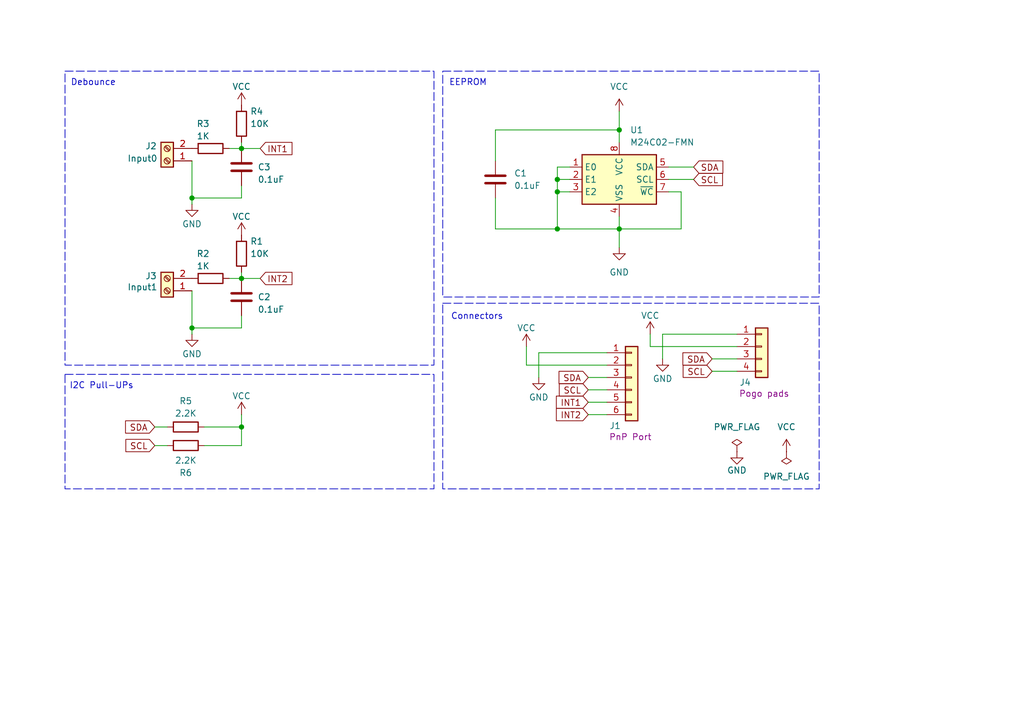
<source format=kicad_sch>
(kicad_sch (version 20231120) (generator "eeschema") (generator_version "8.0")
  (paper "A5")
  (title_block (title "PlugAndPlay 2 Inputs") (date "2025-10-18") (rev "1") (company "A.B. Yazamut"))
  (lib_symbols
    (symbol "Connector:Screw_Terminal_01x02" (pin_names (offset 1.016) hide)
      (property "Reference" "J" (at 0 2.54 0))
      (property "Value" "Screw_Terminal_01x02" (at 0 -5.08 0))
      (symbol "Screw_Terminal_01x02_1_1"
        (rectangle (start -1.27 1.27) (end 1.27 -3.81) (stroke (width 0.254)) (fill (type background)))
        (circle (center 0 -2.54) (radius 0.635) (stroke (width 0.1524)))
        (polyline (pts (xy -0.5334 -2.2098) (xy 0.3302 -3.048)) (stroke (width 0.1524)))
        (polyline (pts (xy -0.5334 0.3302) (xy 0.3302 -0.508)) (stroke (width 0.1524)))
        (polyline (pts (xy -0.3556 -2.032) (xy 0.508 -2.8702)) (stroke (width 0.1524)))
        (polyline (pts (xy -0.3556 0.508) (xy 0.508 -0.3302)) (stroke (width 0.1524)))
        (circle (center 0 0) (radius 0.635) (stroke (width 0.1524)))
        (pin passive line (at -5.08 0 0) (length 3.81) (name "Pin_1") (number "1"))
        (pin passive line (at -5.08 -2.54 0) (length 3.81) (name "Pin_2") (number "2"))
      )
    )
    (symbol "Connector_Generic:Conn_01x04" (pin_names (offset 1.016) hide)
      (property "Reference" "J" (at 0 5.08 0))
      (property "Value" "Conn_01x04" (at 0 -7.62 0))
      (symbol "Conn_01x04_1_1"
        (rectangle (start -1.27 -4.953) (end 0 -5.207) (stroke (width 0.1524)))
        (rectangle (start -1.27 -2.413) (end 0 -2.667) (stroke (width 0.1524)))
        (rectangle (start -1.27 0.127) (end 0 -0.127) (stroke (width 0.1524)))
        (rectangle (start -1.27 2.667) (end 0 2.413) (stroke (width 0.1524)))
        (rectangle (start -1.27 3.81) (end 1.27 -6.35) (stroke (width 0.254)) (fill (type background)))
        (pin passive line (at -5.08 2.54 0) (length 3.81) (name "Pin_1") (number "1"))
        (pin passive line (at -5.08 0 0) (length 3.81) (name "Pin_2") (number "2"))
        (pin passive line (at -5.08 -2.54 0) (length 3.81) (name "Pin_3") (number "3"))
        (pin passive line (at -5.08 -5.08 0) (length 3.81) (name "Pin_4") (number "4"))
      )
    )
    (symbol "Connector_Generic:Conn_01x06" (pin_names (offset 1.016) hide)
      (property "Reference" "J" (at 0 7.62 0))
      (property "Value" "Conn_01x06" (at 0 -10.16 0))
      (symbol "Conn_01x06_1_1"
        (rectangle (start -1.27 -7.493) (end 0 -7.747) (stroke (width 0.1524)))
        (rectangle (start -1.27 -4.953) (end 0 -5.207) (stroke (width 0.1524)))
        (rectangle (start -1.27 -2.413) (end 0 -2.667) (stroke (width 0.1524)))
        (rectangle (start -1.27 0.127) (end 0 -0.127) (stroke (width 0.1524)))
        (rectangle (start -1.27 2.667) (end 0 2.413) (stroke (width 0.1524)))
        (rectangle (start -1.27 5.207) (end 0 4.953) (stroke (width 0.1524)))
        (rectangle (start -1.27 6.35) (end 1.27 -8.89) (stroke (width 0.254)) (fill (type background)))
        (pin passive line (at -5.08 5.08 0) (length 3.81) (name "Pin_1") (number "1"))
        (pin passive line (at -5.08 2.54 0) (length 3.81) (name "Pin_2") (number "2"))
        (pin passive line (at -5.08 0 0) (length 3.81) (name "Pin_3") (number "3"))
        (pin passive line (at -5.08 -2.54 0) (length 3.81) (name "Pin_4") (number "4"))
        (pin passive line (at -5.08 -5.08 0) (length 3.81) (name "Pin_5") (number "5"))
        (pin passive line (at -5.08 -7.62 0) (length 3.81) (name "Pin_6") (number "6"))
      )
    )
    (symbol "Device:C" (pin_numbers hide) (pin_names (offset 0.254))
      (property "Reference" "C" (at 0.635 2.54 0))
      (property "Value" "C" (at 0.635 -2.54 0))
      (symbol "C_0_1"
        (polyline (pts (xy -2.032 -0.762) (xy 2.032 -0.762)) (stroke (width 0.508)))
        (polyline (pts (xy -2.032 0.762) (xy 2.032 0.762)) (stroke (width 0.508)))
      )
      (symbol "C_1_1"
        (pin passive line (at 0 3.81 270) (length 2.794) (name "~") (number "1"))
        (pin passive line (at 0 -3.81 90) (length 2.794) (name "~") (number "2"))
      )
    )
    (symbol "Device:R" (pin_numbers hide) (pin_names (offset 0))
      (property "Reference" "R" (at 2.032 0 90))
      (property "Value" "R" (at 0 0 90))
      (symbol "R_0_1"
        (rectangle (start -1.016 -2.54) (end 1.016 2.54) (stroke (width 0.254)))
      )
      (symbol "R_1_1"
        (pin passive line (at 0 3.81 270) (length 1.27) (name "~") (number "1"))
        (pin passive line (at 0 -3.81 90) (length 1.27) (name "~") (number "2"))
      )
    )
    (symbol "Memory_EEPROM:M24C02-FMN"
      (property "Reference" "U" (at -6.35 6.35 0))
      (property "Value" "M24C02-FMN" (at 7.62 6.35 0))
      (symbol "M24C02-FMN_0_1"
        (rectangle (start -7.62 5.08) (end 7.62 -5.08) (stroke (width 0.254)) (fill (type background)))
      )
      (symbol "M24C02-FMN_1_1"
        (pin input line (at -10.16 2.54 0) (length 2.54) (name "E0") (number "1"))
        (pin input line (at -10.16 0 0) (length 2.54) (name "E1") (number "2"))
        (pin input line (at -10.16 -2.54 0) (length 2.54) (name "E2") (number "3"))
        (pin power_in line (at 0 -7.62 90) (length 2.54) (name "VSS") (number "4"))
        (pin bidirectional line (at 10.16 2.54 180) (length 2.54) (name "SDA") (number "5"))
        (pin input line (at 10.16 0 180) (length 2.54) (name "SCL") (number "6"))
        (pin input line (at 10.16 -2.54 180) (length 2.54) (name "~{WC}") (number "7"))
        (pin power_in line (at 0 7.62 270) (length 2.54) (name "VCC") (number "8"))
      )
    )
    (symbol "power:GND" (power) (pin_numbers hide) (pin_names (offset 0) hide)
      (property "Value" "GND" (at 0 -3.81 0))
      (symbol "GND_0_1"
        (polyline (pts (xy 0 0) (xy 0 -1.27) (xy 1.27 -1.27) (xy 0 -2.54) (xy -1.27 -1.27) (xy 0 -1.27)))
      )
      (symbol "GND_1_1"
        (pin power_in line (at 0 0 270) (length 0) (name "~") (number "1"))
      )
    )
    (symbol "power:PWR_FLAG" (power) (pin_numbers hide) (pin_names (offset 0) hide)
      (property "Value" "PWR_FLAG" (at 0 3.81 0))
      (symbol "PWR_FLAG_0_0"
        (pin power_out line (at 0 0 90) (length 0) (name "~") (number "1"))
      )
      (symbol "PWR_FLAG_0_1"
        (polyline (pts (xy 0 0) (xy 0 1.27) (xy -1.016 1.905) (xy 0 2.54) (xy 1.016 1.905) (xy 0 1.27)))
      )
    )
    (symbol "power:VCC" (power) (pin_numbers hide) (pin_names (offset 0) hide)
      (property "Value" "VCC" (at 0 3.556 0))
      (symbol "VCC_0_1"
        (polyline (pts (xy -0.762 1.27) (xy 0 2.54)))
        (polyline (pts (xy 0 0) (xy 0 2.54)))
        (polyline (pts (xy 0 2.54) (xy 0.762 1.27)))
      )
      (symbol "VCC_1_1"
        (pin power_in line (at 0 0 90) (length 0) (name "~") (number "1"))
      )
    )
  )
  (junction (at 114.3 46.99))
  (junction (at 114.3 36.83))
  (junction (at 39.37 67.31))
  (junction (at 49.53 30.48))
  (junction (at 49.53 57.15))
  (junction (at 114.3 39.37))
  (junction (at 127 46.99))
  (junction (at 39.37 40.64))
  (junction (at 49.53 87.63))
  (junction (at 127 26.67))
  (wire (pts (xy 101.6 40.64) (xy 101.6 46.99)))
  (wire (pts (xy 49.53 57.15) (xy 49.53 55.88)))
  (wire (pts (xy 114.3 34.29) (xy 116.84 34.29)))
  (wire (pts (xy 101.6 46.99) (xy 114.3 46.99)))
  (wire (pts (xy 110.49 72.39) (xy 124.46 72.39)))
  (wire (pts (xy 49.53 64.77) (xy 49.53 67.31)))
  (wire (pts (xy 41.91 91.44) (xy 49.53 91.44)))
  (wire (pts (xy 49.53 87.63) (xy 49.53 85.09)))
  (wire (pts (xy 137.16 34.29) (xy 142.24 34.29)))
  (wire (pts (xy 114.3 36.83) (xy 114.3 39.37)))
  (wire (pts (xy 114.3 39.37) (xy 114.3 46.99)))
  (wire (pts (xy 127 46.99) (xy 139.7 46.99)))
  (wire (pts (xy 39.37 41.91) (xy 39.37 40.64)))
  (wire (pts (xy 114.3 46.99) (xy 127 46.99)))
  (wire (pts (xy 116.84 39.37) (xy 114.3 39.37)))
  (wire (pts (xy 49.53 38.1) (xy 49.53 40.64)))
  (wire (pts (xy 46.99 57.15) (xy 49.53 57.15)))
  (wire (pts (xy 31.75 87.63) (xy 34.29 87.63)))
  (wire (pts (xy 116.84 36.83) (xy 114.3 36.83)))
  (wire (pts (xy 101.6 26.67) (xy 127 26.67)))
  (wire (pts (xy 49.53 40.64) (xy 39.37 40.64)))
  (wire (pts (xy 137.16 39.37) (xy 139.7 39.37)))
  (wire (pts (xy 135.89 68.58) (xy 135.89 73.66)))
  (wire (pts (xy 120.65 82.55) (xy 124.46 82.55)))
  (wire (pts (xy 127 46.99) (xy 127 50.8)))
  (wire (pts (xy 146.05 73.66) (xy 151.13 73.66)))
  (wire (pts (xy 127 44.45) (xy 127 46.99)))
  (wire (pts (xy 133.35 68.58) (xy 133.35 71.12)))
  (wire (pts (xy 139.7 39.37) (xy 139.7 46.99)))
  (wire (pts (xy 39.37 68.58) (xy 39.37 67.31)))
  (wire (pts (xy 114.3 36.83) (xy 114.3 34.29)))
  (wire (pts (xy 41.91 87.63) (xy 49.53 87.63)))
  (wire (pts (xy 146.05 76.2) (xy 151.13 76.2)))
  (wire (pts (xy 39.37 33.02) (xy 39.37 40.64)))
  (wire (pts (xy 120.65 77.47) (xy 124.46 77.47)))
  (wire (pts (xy 101.6 33.02) (xy 101.6 26.67)))
  (wire (pts (xy 110.49 72.39) (xy 110.49 77.47)))
  (wire (pts (xy 107.95 74.93) (xy 124.46 74.93)))
  (wire (pts (xy 49.53 30.48) (xy 53.34 30.48)))
  (wire (pts (xy 46.99 30.48) (xy 49.53 30.48)))
  (wire (pts (xy 31.75 91.44) (xy 34.29 91.44)))
  (wire (pts (xy 127 22.86) (xy 127 26.67)))
  (wire (pts (xy 120.65 85.09) (xy 124.46 85.09)))
  (wire (pts (xy 151.13 68.58) (xy 135.89 68.58)))
  (wire (pts (xy 49.53 67.31) (xy 39.37 67.31)))
  (wire (pts (xy 120.65 80.01) (xy 124.46 80.01)))
  (wire (pts (xy 151.13 71.12) (xy 133.35 71.12)))
  (wire (pts (xy 49.53 30.48) (xy 49.53 29.21)))
  (wire (pts (xy 39.37 59.69) (xy 39.37 67.31)))
  (wire (pts (xy 49.53 57.15) (xy 53.34 57.15)))
  (wire (pts (xy 127 26.67) (xy 127 29.21)))
  (wire (pts (xy 107.95 74.93) (xy 107.95 71.12)))
  (wire (pts (xy 49.53 91.44) (xy 49.53 87.63)))
  (wire (pts (xy 137.16 36.83) (xy 142.24 36.83)))
  (rectangle (start 13.335 14.605) (end 89 74.93) (stroke (width 0) (type dash)))
  (rectangle (start 90.8 62.23) (end 168 100.33) (stroke (width 0) (type dash)))
  (rectangle (start 13.335 76.835) (end 89 100.33) (stroke (width 0) (type dash)))
  (rectangle (start 90.8 14.605) (end 168 60.96) (stroke (width 0) (type dash)))
  (text "EEPROM" (at 92.075 17.78 0) (effects (font (size 1.27 1.27)) (justify left bottom)))
  (text "Connectors" (at 92.456 65.786 0) (effects (font (size 1.27 1.27)) (justify left bottom)))
  (text "I2C Pull-UPs" (at 14.224 80.01 0) (effects (font (size 1.27 1.27)) (justify left bottom)))
  (text "Debounce" (at 14.478 17.78 0) (effects (font (size 1.27 1.27)) (justify left bottom)))
  (global_label "SDA" (shape input) (at 120.65 77.47 180) (property "Intersheetrefs" "${INTERSHEET_REFS}" (effects (hide yes))))
  (global_label "SCL" (shape input) (at 142.24 36.83 0) (property "Intersheetrefs" "${INTERSHEET_REFS}" (effects (hide yes))))
  (global_label "SDA" (shape input) (at 146.05 73.66 180) (property "Intersheetrefs" "${INTERSHEET_REFS}" (effects (hide yes))))
  (global_label "INT1" (shape input) (at 120.65 82.55 180) (property "Intersheetrefs" "${INTERSHEET_REFS}" (effects (hide yes))))
  (global_label "INT1" (shape input) (at 53.34 30.48 0) (property "Intersheetrefs" "${INTERSHEET_REFS}" (effects (hide yes))))
  (global_label "SCL" (shape input) (at 146.05 76.2 180) (property "Intersheetrefs" "${INTERSHEET_REFS}" (effects (hide yes))))
  (global_label "SCL" (shape input) (at 120.65 80.01 180) (property "Intersheetrefs" "${INTERSHEET_REFS}" (effects (hide yes))))
  (global_label "SCL" (shape input) (at 31.75 91.44 180) (property "Intersheetrefs" "${INTERSHEET_REFS}" (effects (hide yes))))
  (global_label "INT2" (shape input) (at 53.34 57.15 0) (property "Intersheetrefs" "${INTERSHEET_REFS}" (effects (hide yes))))
  (global_label "SDA" (shape input) (at 31.75 87.63 180) (property "Intersheetrefs" "${INTERSHEET_REFS}" (effects (hide yes))))
  (global_label "SDA" (shape input) (at 142.24 34.29 0) (property "Intersheetrefs" "${INTERSHEET_REFS}" (effects (hide yes))))
  (global_label "INT2" (shape input) (at 120.65 85.09 180) (property "Intersheetrefs" "${INTERSHEET_REFS}" (effects (hide yes))))
  (symbol (lib_id "power:VCC") (at 161.29 92.71 0) (unit 1)
    (property "Reference" "#PWR06" (effects (hide yes)))
    (property "Value" "VCC" (at 161.29 87.63 0))
    (property "Description" "Power symbol creates a global label with name \"VCC\"" (effects (hide yes)))
  )
  (symbol (lib_id "power:VCC") (at 49.53 21.59 0) (mirror y) (unit 1)
    (property "Reference" "#PWR09" (effects (hide yes)))
    (property "Value" "VCC" (at 49.53 17.78 0))
    (property "Description" "Power symbol creates a global label with name \"VCC\"" (effects (hide yes)))
  )
  (symbol (lib_id "power:VCC") (at 127 22.86 0) (unit 1)
    (property "Reference" "#PWR03" (effects (hide yes)))
    (property "Value" "VCC" (at 127 17.78 0))
    (property "Description" "Power symbol creates a global label with name \"VCC\"" (effects (hide yes)))
  )
  (symbol (lib_id "Device:R") (at 38.1 87.63 90) (unit 1)
    (property "Reference" "R5" (at 38.1 82.296 90))
    (property "Value" "2.2K" (at 38.1 84.836 90))
    (property "Footprint" "Resistor_SMD:R_0603_1608Metric" (effects (hide yes)))
    (property "Description" "Resistor" (effects (hide yes)))
    (property "MPN" "C4190" (effects (hide yes)))
    (property "Feeder" "8mm" (effects (hide yes)))
  )
  (symbol (lib_id "Connector:Screw_Terminal_01x02") (at 34.29 33.02 180) (unit 1)
    (property "Reference" "J2" (at 30.988 29.972 0))
    (property "Value" "Input0" (at 29.21 32.512 0))
    (property "Footprint" "TerminalBlock_4Ucon:TerminalBlock_4Ucon_1x02_P3.50mm_Horizontal" (effects (hide yes)))
    (property "Description" "Generic screw terminal, single row, 01x02, script generated (kicad-library-utils/schlib/autogen/connector/)" (effects (hide yes)))
  )
  (symbol (lib_id "power:GND") (at 127 50.8 0) (unit 1)
    (property "Reference" "#PWR04" (effects (hide yes)))
    (property "Value" "GND" (at 127 55.88 0))
    (property "Description" "Power symbol creates a global label with name \"GND\" , ground" (effects (hide yes)))
  )
  (symbol (lib_id "Connector_Generic:Conn_01x04") (at 156.21 71.12 0) (unit 1)
    (property "Reference" "J4" (at 151.638 78.486 0) (effects (justify left)))
    (property "Value" "Conn_01x04" (effects (hide yes)))
    (property "Footprint" "Library:PogoPinsPads_1x04_P2.5mm" (effects (hide yes)))
    (property "Description" "Pogo pads" (at 156.718 80.772 0))
  )
  (symbol (lib_id "power:PWR_FLAG") (at 151.13 92.71 0) (unit 1)
    (property "Reference" "#FLG01" (effects (hide yes)))
    (property "Value" "PWR_FLAG" (at 151.13 87.63 0))
    (property "Description" "Special symbol for telling ERC where power comes from" (effects (hide yes)))
  )
  (symbol (lib_id "power:GND") (at 135.89 73.66 0) (mirror y) (unit 1)
    (property "Reference" "#PWR12" (effects (hide yes)))
    (property "Value" "GND" (at 135.89 77.724 0))
    (property "Description" "Power symbol creates a global label with name \"GND\" , ground" (effects (hide yes)))
  )
  (symbol (lib_id "power:GND") (at 110.49 77.47 0) (mirror y) (unit 1)
    (property "Reference" "#PWR01" (effects (hide yes)))
    (property "Value" "GND" (at 110.49 81.534 0))
    (property "Description" "Power symbol creates a global label with name \"GND\" , ground" (effects (hide yes)))
  )
  (symbol (lib_id "Device:R") (at 43.18 30.48 90) (unit 1)
    (property "Reference" "R3" (at 41.656 25.4 90))
    (property "Value" "1K" (at 41.656 27.94 90))
    (property "Footprint" "Resistor_SMD:R_0603_1608Metric" (effects (hide yes)))
    (property "Description" "Resistor" (effects (hide yes)))
    (property "MPN" "C21190" (effects (hide yes)))
    (property "Feeder" "8mm" (effects (hide yes)))
  )
  (symbol (lib_id "power:GND") (at 39.37 68.58 0) (mirror y) (unit 1)
    (property "Reference" "#PWR02" (effects (hide yes)))
    (property "Value" "GND" (at 39.37 72.644 0))
    (property "Description" "Power symbol creates a global label with name \"GND\" , ground" (effects (hide yes)))
  )
  (symbol (lib_id "Device:C") (at 49.53 34.29 0) (unit 1)
    (property "Reference" "C3" (at 52.832 34.29 0) (effects (justify left)))
    (property "Value" "0.1uF" (at 52.832 36.83 0) (effects (justify left)))
    (property "Footprint" "Capacitor_SMD:C_0603_1608Metric" (effects (hide yes)))
    (property "Description" "Unpolarized capacitor" (effects (hide yes)))
    (property "MPN" "C14663" (effects (hide yes)))
    (property "Feeder" "8mm" (effects (hide yes)))
  )
  (symbol (lib_id "power:VCC") (at 49.53 85.09 0) (mirror y) (unit 1)
    (property "Reference" "#PWR010" (effects (hide yes)))
    (property "Value" "VCC" (at 49.53 81.28 0))
    (property "Description" "Power symbol creates a global label with name \"VCC\"" (effects (hide yes)))
  )
  (symbol (lib_id "Device:R") (at 43.18 57.15 90) (unit 1)
    (property "Reference" "R2" (at 41.656 52.07 90))
    (property "Value" "1K" (at 41.656 54.61 90))
    (property "Footprint" "Resistor_SMD:R_0603_1608Metric" (effects (hide yes)))
    (property "Description" "Resistor" (effects (hide yes)))
    (property "MPN" "C21190" (effects (hide yes)))
    (property "Feeder" "8mm" (effects (hide yes)))
  )
  (symbol (lib_id "power:PWR_FLAG") (at 161.29 92.71 0) (mirror x) (unit 1)
    (property "Reference" "#FLG02" (effects (hide yes)))
    (property "Value" "PWR_FLAG" (at 161.29 97.79 0))
    (property "Description" "Special symbol for telling ERC where power comes from" (effects (hide yes)))
  )
  (symbol (lib_id "Device:R") (at 49.53 25.4 0) (unit 1)
    (property "Reference" "R4" (at 51.308 22.86 0) (effects (justify left)))
    (property "Value" "10K" (at 51.308 25.4 0) (effects (justify left)))
    (property "Footprint" "Resistor_SMD:R_0603_1608Metric" (effects (hide yes)))
    (property "Description" "Resistor" (effects (hide yes)))
    (property "MPN" "C25804" (effects (hide yes)))
    (property "Feeder" "8mm" (effects (hide yes)))
  )
  (symbol (lib_id "Device:C") (at 49.53 60.96 0) (unit 1)
    (property "Reference" "C2" (at 52.832 60.96 0) (effects (justify left)))
    (property "Value" "0.1uF" (at 52.832 63.5 0) (effects (justify left)))
    (property "Footprint" "Capacitor_SMD:C_0603_1608Metric" (effects (hide yes)))
    (property "Description" "Unpolarized capacitor" (effects (hide yes)))
    (property "MPN" "C14663" (effects (hide yes)))
    (property "Feeder" "8mm" (effects (hide yes)))
  )
  (symbol (lib_id "power:GND") (at 39.37 41.91 0) (mirror y) (unit 1)
    (property "Reference" "#PWR08" (effects (hide yes)))
    (property "Value" "GND" (at 39.37 45.974 0))
    (property "Description" "Power symbol creates a global label with name \"GND\" , ground" (effects (hide yes)))
  )
  (symbol (lib_id "Connector:Screw_Terminal_01x02") (at 34.29 59.69 180) (unit 1)
    (property "Reference" "J3" (at 30.988 56.642 0))
    (property "Value" "Input1" (at 29.21 58.928 0))
    (property "Footprint" "TerminalBlock_4Ucon:TerminalBlock_4Ucon_1x02_P3.50mm_Horizontal" (effects (hide yes)))
    (property "Description" "Generic screw terminal, single row, 01x02, script generated (kicad-library-utils/schlib/autogen/connector/)" (effects (hide yes)))
  )
  (symbol (lib_id "Device:C") (at 101.6 36.83 0) (unit 1)
    (property "Reference" "C1" (at 105.41 35.56 0) (effects (justify left)))
    (property "Value" "0.1uF" (at 105.41 38.1 0) (effects (justify left)))
    (property "Footprint" "Capacitor_SMD:C_0603_1608Metric" (effects (hide yes)))
    (property "MPN" "C14663" (effects (hide yes)))
    (property "Feeder" "8mm" (effects (hide yes)))
  )
  (symbol (lib_id "power:VCC") (at 49.53 48.26 0) (mirror y) (unit 1)
    (property "Reference" "#PWR07" (effects (hide yes)))
    (property "Value" "VCC" (at 49.53 44.45 0))
    (property "Description" "Power symbol creates a global label with name \"VCC\"" (effects (hide yes)))
  )
  (symbol (lib_id "power:VCC") (at 107.95 71.12 0) (mirror y) (unit 1)
    (property "Reference" "#PWR014" (effects (hide yes)))
    (property "Value" "VCC" (at 107.95 67.31 0))
    (property "Description" "Power symbol creates a global label with name \"VCC\"" (effects (hide yes)))
  )
  (symbol (lib_id "Device:R") (at 38.1 91.44 90) (mirror x) (unit 1)
    (property "Reference" "R6" (at 38.1 97.028 90))
    (property "Value" "2.2K" (at 38.1 94.488 90))
    (property "Footprint" "Resistor_SMD:R_0603_1608Metric" (effects (hide yes)))
    (property "Description" "Resistor" (effects (hide yes)))
    (property "MPN" "C4190" (effects (hide yes)))
    (property "Feeder" "8mm" (effects (hide yes)))
  )
  (symbol (lib_id "power:GND") (at 151.13 92.71 0) (unit 1)
    (property "Reference" "#PWR05" (effects (hide yes)))
    (property "Value" "GND" (at 151.13 96.52 0))
    (property "Description" "Power symbol creates a global label with name \"GND\" , ground" (effects (hide yes)))
  )
  (symbol (lib_id "Memory_EEPROM:M24C02-FMN") (at 127 36.83 0) (unit 1)
    (property "Reference" "U1" (at 129.1941 26.67 0) (effects (justify left)))
    (property "Value" "M24C02-FMN" (at 129.1941 29.21 0) (effects (justify left)))
    (property "Footprint" "Package_SO:SOIC-8_3.9x4.9mm_P1.27mm" (effects (hide yes)))
    (property "Datasheet" "http://www.st.com/content/ccc/resource/technical/document/datasheet/b0/d8/50/40/5a/85/49/6f/DM00071904.pdf/files/DM00071904.pdf/jcr:content/translations/en.DM00071904.pdf" (effects (hide yes)))
    (property "MPN" "C114502" (effects (hide yes)))
    (property "Feeder" "12mm" (effects (hide yes)))
  )
  (symbol (lib_id "Connector_Generic:Conn_01x06") (at 129.54 77.47 0) (unit 1)
    (property "Reference" "J1" (at 124.968 87.376 0) (effects (justify left)))
    (property "Value" "JST_SH_SM06B-SRSS-TB_1x06-1MP_P1.00mm_Horizontal" (effects (hide yes)))
    (property "Footprint" "Connector_JST:JST_SH_SM06B-SRSS-TB_1x06-1MP_P1.00mm_Horizontal" (effects (hide yes)))
    (property "Description" "PnP Port" (at 129.286 89.662 0))
    (property "MPN" "C7430448" (effects (hide yes)))
    (property "Feeder" "16mm" (effects (hide yes)))
  )
  (symbol (lib_id "Device:R") (at 49.53 52.07 0) (unit 1)
    (property "Reference" "R1" (at 51.308 49.53 0) (effects (justify left)))
    (property "Value" "10K" (at 51.308 52.07 0) (effects (justify left)))
    (property "Footprint" "Resistor_SMD:R_0603_1608Metric" (effects (hide yes)))
    (property "Description" "Resistor" (effects (hide yes)))
    (property "MPN" "C25804" (effects (hide yes)))
    (property "Feeder" "8mm" (effects (hide yes)))
  )
  (symbol (lib_id "power:VCC") (at 133.35 68.58 0) (mirror y) (unit 1)
    (property "Reference" "#PWR11" (effects (hide yes)))
    (property "Value" "VCC" (at 133.35 64.77 0))
    (property "Description" "Power symbol creates a global label with name \"VCC\"" (effects (hide yes)))
  )
)
</source>
